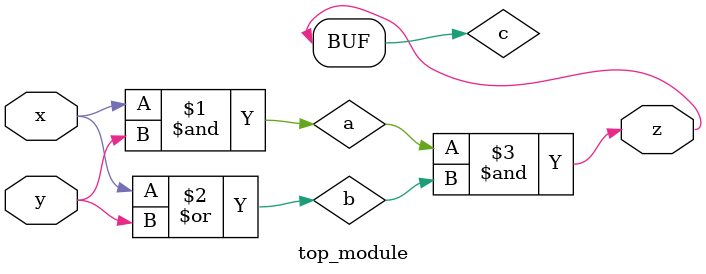
<source format=sv>
module top_module(
  input x,
  input y,
  output z);

  wire a, b, c;

  // First gate
  and gate1(a, x, y);     // a = x AND y

  // Second gate
  or gate2(b, x, y);      // b = x OR y

  // Third gate
  and gate3(c, a, b);      // c = a AND b

  // Fourth gate
  or gate4(z, c, c);       // z = c OR c

endmodule

</source>
